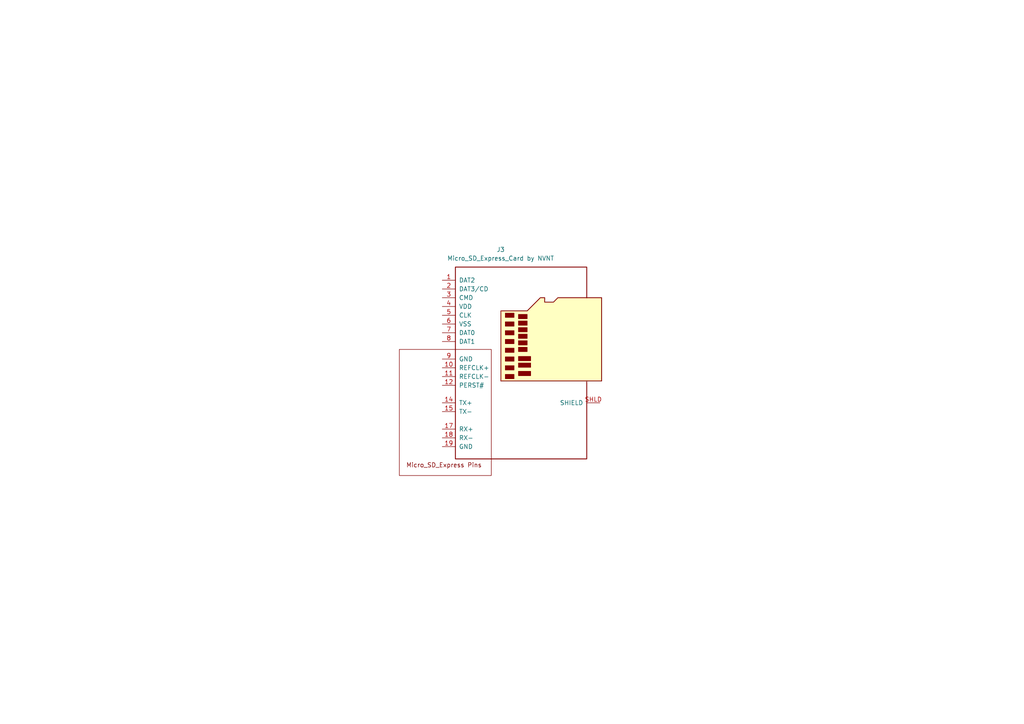
<source format=kicad_sch>
(kicad_sch
	(version 20250114)
	(generator "eeschema")
	(generator_version "9.0")
	(uuid "0cd5c5d9-cbcb-4c3d-bc9c-6ede25e34017")
	(paper "A4")
	(lib_symbols
		(symbol "Micro_SD_Express_Card:Micro_SD_Card"
			(pin_names
				(offset 1.016)
			)
			(exclude_from_sim no)
			(in_bom yes)
			(on_board yes)
			(property "Reference" "J1"
				(at 0.635 19.05 0)
				(effects
					(font
						(size 1.27 1.27)
					)
				)
			)
			(property "Value" "Micro_SD_Express_Card by NVNT"
				(at 0.635 16.51 0)
				(effects
					(font
						(size 1.27 1.27)
					)
				)
			)
			(property "Footprint" ""
				(at 29.21 7.62 0)
				(effects
					(font
						(size 1.27 1.27)
					)
					(hide yes)
				)
			)
			(property "Datasheet" "https://www.we-online.com/components/products/datasheet/693072010801.pdf"
				(at 11.938 -50.8 0)
				(do_not_autoplace)
				(effects
					(font
						(size 1.27 1.27)
					)
					(hide yes)
				)
			)
			(property "Description" "Micro SD Card Socket"
				(at 7.62 -46.99 0)
				(effects
					(font
						(size 1.27 1.27)
					)
					(hide yes)
				)
			)
			(property "ki_keywords" "connector SD microsd"
				(at 0 0 0)
				(effects
					(font
						(size 1.27 1.27)
					)
					(hide yes)
				)
			)
			(property "ki_fp_filters" "microSD*"
				(at 0 0 0)
				(effects
					(font
						(size 1.27 1.27)
					)
					(hide yes)
				)
			)
			(symbol "Micro_SD_Card_0_1"
				(rectangle
					(start -35.306 -11.176)
					(end -8.636 -47.752)
					(stroke
						(width 0)
						(type default)
					)
					(fill
						(type none)
					)
				)
				(polyline
					(pts
						(xy -5.842 -20.32) (xy -5.842 0) (xy 1.778 0) (xy 5.588 3.81) (xy 6.858 3.81) (xy 6.858 2.54)
						(xy 9.398 2.54) (xy 10.668 3.81) (xy 23.368 3.81) (xy 23.368 -20.32) (xy -5.842 -20.32)
					)
					(stroke
						(width 0.254)
						(type default)
					)
					(fill
						(type background)
					)
				)
				(rectangle
					(start -4.572 -0.635)
					(end -2.032 -1.905)
					(stroke
						(width 0)
						(type default)
					)
					(fill
						(type outline)
					)
				)
				(rectangle
					(start -4.572 -3.175)
					(end -2.032 -4.445)
					(stroke
						(width 0)
						(type default)
					)
					(fill
						(type outline)
					)
				)
				(rectangle
					(start -4.572 -5.715)
					(end -2.032 -6.985)
					(stroke
						(width 0)
						(type default)
					)
					(fill
						(type outline)
					)
				)
				(rectangle
					(start -4.572 -8.255)
					(end -2.032 -9.525)
					(stroke
						(width 0)
						(type default)
					)
					(fill
						(type outline)
					)
				)
				(rectangle
					(start -4.572 -10.795)
					(end -2.032 -12.065)
					(stroke
						(width 0)
						(type default)
					)
					(fill
						(type outline)
					)
				)
				(rectangle
					(start -4.572 -13.335)
					(end -2.032 -14.605)
					(stroke
						(width 0)
						(type default)
					)
					(fill
						(type outline)
					)
				)
				(rectangle
					(start -4.572 -15.875)
					(end -2.032 -17.145)
					(stroke
						(width 0)
						(type default)
					)
					(fill
						(type outline)
					)
				)
				(rectangle
					(start -4.572 -18.415)
					(end -2.032 -19.685)
					(stroke
						(width 0)
						(type default)
					)
					(fill
						(type outline)
					)
				)
				(rectangle
					(start -0.762 -1.016)
					(end 1.778 -2.286)
					(stroke
						(width 0)
						(type default)
					)
					(fill
						(type outline)
					)
				)
				(rectangle
					(start -0.762 -2.921)
					(end 1.778 -4.191)
					(stroke
						(width 0)
						(type default)
					)
					(fill
						(type outline)
					)
				)
				(rectangle
					(start -0.762 -4.826)
					(end 1.778 -6.096)
					(stroke
						(width 0)
						(type default)
					)
					(fill
						(type outline)
					)
				)
				(rectangle
					(start -0.762 -6.731)
					(end 1.778 -8.001)
					(stroke
						(width 0)
						(type default)
					)
					(fill
						(type outline)
					)
				)
				(rectangle
					(start -0.762 -8.636)
					(end 1.778 -9.906)
					(stroke
						(width 0)
						(type default)
					)
					(fill
						(type outline)
					)
				)
				(rectangle
					(start -0.762 -10.541)
					(end 1.778 -11.811)
					(stroke
						(width 0)
						(type default)
					)
					(fill
						(type outline)
					)
				)
				(rectangle
					(start -0.762 -13.208)
					(end 2.794 -14.478)
					(stroke
						(width 0)
						(type default)
					)
					(fill
						(type outline)
					)
				)
				(rectangle
					(start -0.762 -15.113)
					(end 2.794 -16.383)
					(stroke
						(width 0)
						(type default)
					)
					(fill
						(type outline)
					)
				)
				(rectangle
					(start -0.762 -17.526)
					(end 2.794 -18.796)
					(stroke
						(width 0)
						(type default)
					)
					(fill
						(type outline)
					)
				)
				(polyline
					(pts
						(xy 19.05 3.81) (xy 19.05 12.7) (xy -19.05 12.7) (xy -19.05 -42.926) (xy 19.05 -42.926) (xy 19.05 -20.574)
					)
					(stroke
						(width 0.254)
						(type default)
					)
					(fill
						(type none)
					)
				)
			)
			(symbol "Micro_SD_Card_1_1"
				(text "Micro_SD_Express Pins"
					(at -22.352 -44.704 0)
					(effects
						(font
							(size 1.27 1.27)
						)
					)
				)
				(pin bidirectional line
					(at -22.86 8.89 0)
					(length 3.81)
					(name "DAT2"
						(effects
							(font
								(size 1.27 1.27)
							)
						)
					)
					(number "1"
						(effects
							(font
								(size 1.27 1.27)
							)
						)
					)
				)
				(pin bidirectional line
					(at -22.86 6.35 0)
					(length 3.81)
					(name "DAT3/CD"
						(effects
							(font
								(size 1.27 1.27)
							)
						)
					)
					(number "2"
						(effects
							(font
								(size 1.27 1.27)
							)
						)
					)
				)
				(pin input line
					(at -22.86 3.81 0)
					(length 3.81)
					(name "CMD"
						(effects
							(font
								(size 1.27 1.27)
							)
						)
					)
					(number "3"
						(effects
							(font
								(size 1.27 1.27)
							)
						)
					)
				)
				(pin power_in line
					(at -22.86 1.27 0)
					(length 3.81)
					(name "VDD"
						(effects
							(font
								(size 1.27 1.27)
							)
						)
					)
					(number "4"
						(effects
							(font
								(size 1.27 1.27)
							)
						)
					)
				)
				(pin input line
					(at -22.86 -1.27 0)
					(length 3.81)
					(name "CLK"
						(effects
							(font
								(size 1.27 1.27)
							)
						)
					)
					(number "5"
						(effects
							(font
								(size 1.27 1.27)
							)
						)
					)
				)
				(pin power_in line
					(at -22.86 -3.81 0)
					(length 3.81)
					(name "VSS"
						(effects
							(font
								(size 1.27 1.27)
							)
						)
					)
					(number "6"
						(effects
							(font
								(size 1.27 1.27)
							)
						)
					)
				)
				(pin bidirectional line
					(at -22.86 -6.35 0)
					(length 3.81)
					(name "DAT0"
						(effects
							(font
								(size 1.27 1.27)
							)
						)
					)
					(number "7"
						(effects
							(font
								(size 1.27 1.27)
							)
						)
					)
				)
				(pin bidirectional line
					(at -22.86 -8.89 0)
					(length 3.81)
					(name "DAT1"
						(effects
							(font
								(size 1.27 1.27)
							)
						)
					)
					(number "8"
						(effects
							(font
								(size 1.27 1.27)
							)
						)
					)
				)
				(pin bidirectional line
					(at -22.86 -13.97 0)
					(length 3.81)
					(name "GND"
						(effects
							(font
								(size 1.27 1.27)
							)
						)
					)
					(number "9"
						(effects
							(font
								(size 1.27 1.27)
							)
						)
					)
				)
				(pin bidirectional line
					(at -22.86 -16.51 0)
					(length 3.81)
					(name "REFCLK+"
						(effects
							(font
								(size 1.27 1.27)
							)
						)
					)
					(number "10"
						(effects
							(font
								(size 1.27 1.27)
							)
						)
					)
				)
				(pin bidirectional line
					(at -22.86 -19.05 0)
					(length 3.81)
					(name "REFCLK-"
						(effects
							(font
								(size 1.27 1.27)
							)
						)
					)
					(number "11"
						(effects
							(font
								(size 1.27 1.27)
							)
						)
					)
				)
				(pin bidirectional line
					(at -22.86 -21.59 0)
					(length 3.81)
					(name "PERST#"
						(effects
							(font
								(size 1.27 1.27)
							)
						)
					)
					(number "12"
						(effects
							(font
								(size 1.27 1.27)
							)
						)
					)
				)
				(pin no_connect line
					(at -22.86 -24.13 0)
					(length 3.81)
					(hide yes)
					(name "NC"
						(effects
							(font
								(size 1.27 1.27)
							)
						)
					)
					(number "13"
						(effects
							(font
								(size 1.27 1.27)
							)
						)
					)
				)
				(pin bidirectional line
					(at -22.86 -26.67 0)
					(length 3.81)
					(name "TX+"
						(effects
							(font
								(size 1.27 1.27)
							)
						)
					)
					(number "14"
						(effects
							(font
								(size 1.27 1.27)
							)
						)
					)
				)
				(pin bidirectional line
					(at -22.86 -29.21 0)
					(length 3.81)
					(name "TX-"
						(effects
							(font
								(size 1.27 1.27)
							)
						)
					)
					(number "15"
						(effects
							(font
								(size 1.27 1.27)
							)
						)
					)
				)
				(pin no_connect line
					(at -22.86 -31.75 0)
					(length 3.81)
					(hide yes)
					(name "NC"
						(effects
							(font
								(size 1.27 1.27)
							)
						)
					)
					(number "16"
						(effects
							(font
								(size 1.27 1.27)
							)
						)
					)
				)
				(pin bidirectional line
					(at -22.86 -34.29 0)
					(length 3.81)
					(name "RX+"
						(effects
							(font
								(size 1.27 1.27)
							)
						)
					)
					(number "17"
						(effects
							(font
								(size 1.27 1.27)
							)
						)
					)
				)
				(pin bidirectional line
					(at -22.86 -36.83 0)
					(length 3.81)
					(name "RX-"
						(effects
							(font
								(size 1.27 1.27)
							)
						)
					)
					(number "18"
						(effects
							(font
								(size 1.27 1.27)
							)
						)
					)
				)
				(pin bidirectional line
					(at -22.86 -39.37 0)
					(length 3.81)
					(name "GND"
						(effects
							(font
								(size 1.27 1.27)
							)
						)
					)
					(number "19"
						(effects
							(font
								(size 1.27 1.27)
							)
						)
					)
				)
				(pin passive line
					(at 22.86 -26.67 180)
					(length 3.81)
					(name "SHIELD"
						(effects
							(font
								(size 1.27 1.27)
							)
						)
					)
					(number "SHLD"
						(effects
							(font
								(size 1.27 1.27)
							)
						)
					)
				)
			)
			(embedded_fonts no)
		)
	)
	(symbol
		(lib_id "Micro_SD_Express_Card:Micro_SD_Card")
		(at 151.13 90.17 0)
		(unit 1)
		(exclude_from_sim no)
		(in_bom yes)
		(on_board yes)
		(dnp no)
		(fields_autoplaced yes)
		(uuid "0c6360ec-9476-48d0-8429-a37a2ea1ad6a")
		(property "Reference" "J3"
			(at 145.2245 72.39 0)
			(effects
				(font
					(size 1.27 1.27)
				)
			)
		)
		(property "Value" "Micro_SD_Express_Card by NVNT"
			(at 145.2245 74.93 0)
			(effects
				(font
					(size 1.27 1.27)
				)
			)
		)
		(property "Footprint" ""
			(at 180.34 82.55 0)
			(effects
				(font
					(size 1.27 1.27)
				)
				(hide yes)
			)
		)
		(property "Datasheet" "https://www.we-online.com/components/products/datasheet/693072010801.pdf"
			(at 163.068 140.97 0)
			(do_not_autoplace yes)
			(effects
				(font
					(size 1.27 1.27)
				)
				(hide yes)
			)
		)
		(property "Description" "Micro SD Card Socket"
			(at 158.75 137.16 0)
			(effects
				(font
					(size 1.27 1.27)
				)
				(hide yes)
			)
		)
		(pin "19"
			(uuid "267d3d60-dd09-4469-9934-84da6eb26110")
		)
		(pin "16"
			(uuid "888e4499-0e96-4322-a860-f1e117ab3a4c")
		)
		(pin "11"
			(uuid "496ea720-d298-43d0-a826-0fe22936aa21")
		)
		(pin "17"
			(uuid "0600fbd7-a55f-41c8-884b-7acac80de0df")
		)
		(pin "2"
			(uuid "f33ea4fd-adb6-4bcf-a36a-7f7e8a91e52d")
		)
		(pin "3"
			(uuid "8399c507-574c-4c81-a432-ac68f3ab5be6")
		)
		(pin "4"
			(uuid "41bec31f-547a-495b-abd0-657eebeed819")
		)
		(pin "8"
			(uuid "441e0628-7f06-4162-a8ea-b7d7efef9b14")
		)
		(pin "12"
			(uuid "930084fc-da67-4134-a186-cacce7b827d3")
		)
		(pin "7"
			(uuid "5942371a-5541-426f-808d-e519f91cc3f4")
		)
		(pin "10"
			(uuid "31ae7381-ffe1-4c28-b78a-fa01251c4d8d")
		)
		(pin "13"
			(uuid "6d81c465-ec17-4c0e-a20d-8b322a22d86a")
		)
		(pin "15"
			(uuid "46b8edde-0cd0-4728-a6cb-ceb7aaf1c692")
		)
		(pin "1"
			(uuid "1ce9c14f-253f-4a11-aa29-91db4615100c")
		)
		(pin "6"
			(uuid "455a848b-d2bd-4bee-90f5-6c2a4500430c")
		)
		(pin "18"
			(uuid "5c3bf376-fffe-4bc8-8dd8-23c0601a91c7")
		)
		(pin "5"
			(uuid "727475f4-9c2c-4560-9606-8648b8208578")
		)
		(pin "9"
			(uuid "c5d6101b-939d-42ca-b844-c7b2d91fad1b")
		)
		(pin "14"
			(uuid "052a9e63-24cd-4f9c-9ce5-f711b1d24258")
		)
		(pin "SHLD"
			(uuid "ae5172bc-d3bb-4002-be25-395551af73b2")
		)
		(instances
			(project ""
				(path "/0cd5c5d9-cbcb-4c3d-bc9c-6ede25e34017"
					(reference "J3")
					(unit 1)
				)
			)
		)
	)
	(sheet_instances
		(path "/"
			(page "1")
		)
	)
	(embedded_fonts no)
)

</source>
